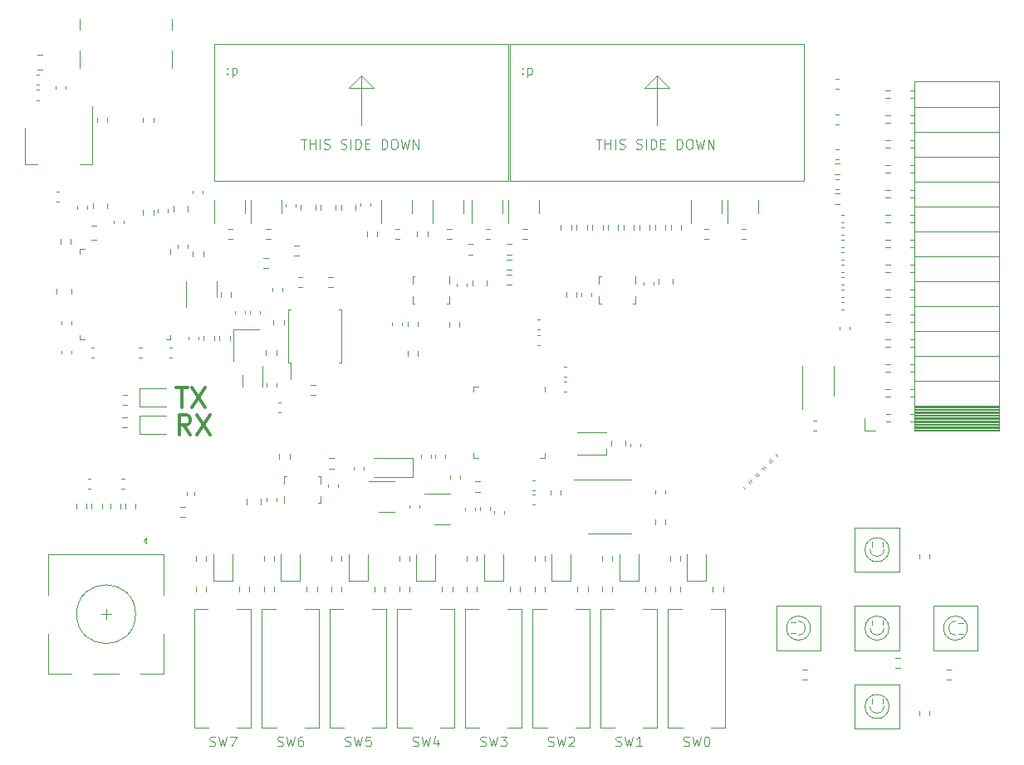
<source format=gbr>
%TF.GenerationSoftware,KiCad,Pcbnew,7.0.7*%
%TF.CreationDate,2024-01-22T13:38:32-08:00*%
%TF.ProjectId,ProgrammaGull_Sandpiper,50726f67-7261-46d6-9d61-47756c6c5f53,rev?*%
%TF.SameCoordinates,Original*%
%TF.FileFunction,Legend,Top*%
%TF.FilePolarity,Positive*%
%FSLAX46Y46*%
G04 Gerber Fmt 4.6, Leading zero omitted, Abs format (unit mm)*
G04 Created by KiCad (PCBNEW 7.0.7) date 2024-01-22 13:38:32*
%MOMM*%
%LPD*%
G01*
G04 APERTURE LIST*
%ADD10C,0.300000*%
%ADD11C,0.100000*%
%ADD12C,0.120000*%
G04 APERTURE END LIST*
D10*
X41060344Y-62939638D02*
X42203201Y-62939638D01*
X41631772Y-64939638D02*
X41631772Y-62939638D01*
X42679392Y-62939638D02*
X44012725Y-64939638D01*
X44012725Y-62939638D02*
X42679392Y-64939638D01*
X42488915Y-67739638D02*
X41822248Y-66787257D01*
X41346058Y-67739638D02*
X41346058Y-65739638D01*
X41346058Y-65739638D02*
X42107963Y-65739638D01*
X42107963Y-65739638D02*
X42298439Y-65834876D01*
X42298439Y-65834876D02*
X42393677Y-65930114D01*
X42393677Y-65930114D02*
X42488915Y-66120590D01*
X42488915Y-66120590D02*
X42488915Y-66406304D01*
X42488915Y-66406304D02*
X42393677Y-66596780D01*
X42393677Y-66596780D02*
X42298439Y-66692019D01*
X42298439Y-66692019D02*
X42107963Y-66787257D01*
X42107963Y-66787257D02*
X41346058Y-66787257D01*
X43155582Y-65739638D02*
X44488915Y-67739638D01*
X44488915Y-65739638D02*
X43155582Y-67739638D01*
D11*
X58266667Y-99509800D02*
X58409524Y-99557419D01*
X58409524Y-99557419D02*
X58647619Y-99557419D01*
X58647619Y-99557419D02*
X58742857Y-99509800D01*
X58742857Y-99509800D02*
X58790476Y-99462180D01*
X58790476Y-99462180D02*
X58838095Y-99366942D01*
X58838095Y-99366942D02*
X58838095Y-99271704D01*
X58838095Y-99271704D02*
X58790476Y-99176466D01*
X58790476Y-99176466D02*
X58742857Y-99128847D01*
X58742857Y-99128847D02*
X58647619Y-99081228D01*
X58647619Y-99081228D02*
X58457143Y-99033609D01*
X58457143Y-99033609D02*
X58361905Y-98985990D01*
X58361905Y-98985990D02*
X58314286Y-98938371D01*
X58314286Y-98938371D02*
X58266667Y-98843133D01*
X58266667Y-98843133D02*
X58266667Y-98747895D01*
X58266667Y-98747895D02*
X58314286Y-98652657D01*
X58314286Y-98652657D02*
X58361905Y-98605038D01*
X58361905Y-98605038D02*
X58457143Y-98557419D01*
X58457143Y-98557419D02*
X58695238Y-98557419D01*
X58695238Y-98557419D02*
X58838095Y-98605038D01*
X59171429Y-98557419D02*
X59409524Y-99557419D01*
X59409524Y-99557419D02*
X59600000Y-98843133D01*
X59600000Y-98843133D02*
X59790476Y-99557419D01*
X59790476Y-99557419D02*
X60028572Y-98557419D01*
X60885714Y-98557419D02*
X60409524Y-98557419D01*
X60409524Y-98557419D02*
X60361905Y-99033609D01*
X60361905Y-99033609D02*
X60409524Y-98985990D01*
X60409524Y-98985990D02*
X60504762Y-98938371D01*
X60504762Y-98938371D02*
X60742857Y-98938371D01*
X60742857Y-98938371D02*
X60838095Y-98985990D01*
X60838095Y-98985990D02*
X60885714Y-99033609D01*
X60885714Y-99033609D02*
X60933333Y-99128847D01*
X60933333Y-99128847D02*
X60933333Y-99366942D01*
X60933333Y-99366942D02*
X60885714Y-99462180D01*
X60885714Y-99462180D02*
X60838095Y-99509800D01*
X60838095Y-99509800D02*
X60742857Y-99557419D01*
X60742857Y-99557419D02*
X60504762Y-99557419D01*
X60504762Y-99557419D02*
X60409524Y-99509800D01*
X60409524Y-99509800D02*
X60361905Y-99462180D01*
X65166667Y-99509800D02*
X65309524Y-99557419D01*
X65309524Y-99557419D02*
X65547619Y-99557419D01*
X65547619Y-99557419D02*
X65642857Y-99509800D01*
X65642857Y-99509800D02*
X65690476Y-99462180D01*
X65690476Y-99462180D02*
X65738095Y-99366942D01*
X65738095Y-99366942D02*
X65738095Y-99271704D01*
X65738095Y-99271704D02*
X65690476Y-99176466D01*
X65690476Y-99176466D02*
X65642857Y-99128847D01*
X65642857Y-99128847D02*
X65547619Y-99081228D01*
X65547619Y-99081228D02*
X65357143Y-99033609D01*
X65357143Y-99033609D02*
X65261905Y-98985990D01*
X65261905Y-98985990D02*
X65214286Y-98938371D01*
X65214286Y-98938371D02*
X65166667Y-98843133D01*
X65166667Y-98843133D02*
X65166667Y-98747895D01*
X65166667Y-98747895D02*
X65214286Y-98652657D01*
X65214286Y-98652657D02*
X65261905Y-98605038D01*
X65261905Y-98605038D02*
X65357143Y-98557419D01*
X65357143Y-98557419D02*
X65595238Y-98557419D01*
X65595238Y-98557419D02*
X65738095Y-98605038D01*
X66071429Y-98557419D02*
X66309524Y-99557419D01*
X66309524Y-99557419D02*
X66500000Y-98843133D01*
X66500000Y-98843133D02*
X66690476Y-99557419D01*
X66690476Y-99557419D02*
X66928572Y-98557419D01*
X67738095Y-98890752D02*
X67738095Y-99557419D01*
X67500000Y-98509800D02*
X67261905Y-99224085D01*
X67261905Y-99224085D02*
X67880952Y-99224085D01*
X92766667Y-99509800D02*
X92909524Y-99557419D01*
X92909524Y-99557419D02*
X93147619Y-99557419D01*
X93147619Y-99557419D02*
X93242857Y-99509800D01*
X93242857Y-99509800D02*
X93290476Y-99462180D01*
X93290476Y-99462180D02*
X93338095Y-99366942D01*
X93338095Y-99366942D02*
X93338095Y-99271704D01*
X93338095Y-99271704D02*
X93290476Y-99176466D01*
X93290476Y-99176466D02*
X93242857Y-99128847D01*
X93242857Y-99128847D02*
X93147619Y-99081228D01*
X93147619Y-99081228D02*
X92957143Y-99033609D01*
X92957143Y-99033609D02*
X92861905Y-98985990D01*
X92861905Y-98985990D02*
X92814286Y-98938371D01*
X92814286Y-98938371D02*
X92766667Y-98843133D01*
X92766667Y-98843133D02*
X92766667Y-98747895D01*
X92766667Y-98747895D02*
X92814286Y-98652657D01*
X92814286Y-98652657D02*
X92861905Y-98605038D01*
X92861905Y-98605038D02*
X92957143Y-98557419D01*
X92957143Y-98557419D02*
X93195238Y-98557419D01*
X93195238Y-98557419D02*
X93338095Y-98605038D01*
X93671429Y-98557419D02*
X93909524Y-99557419D01*
X93909524Y-99557419D02*
X94100000Y-98843133D01*
X94100000Y-98843133D02*
X94290476Y-99557419D01*
X94290476Y-99557419D02*
X94528572Y-98557419D01*
X95100000Y-98557419D02*
X95195238Y-98557419D01*
X95195238Y-98557419D02*
X95290476Y-98605038D01*
X95290476Y-98605038D02*
X95338095Y-98652657D01*
X95338095Y-98652657D02*
X95385714Y-98747895D01*
X95385714Y-98747895D02*
X95433333Y-98938371D01*
X95433333Y-98938371D02*
X95433333Y-99176466D01*
X95433333Y-99176466D02*
X95385714Y-99366942D01*
X95385714Y-99366942D02*
X95338095Y-99462180D01*
X95338095Y-99462180D02*
X95290476Y-99509800D01*
X95290476Y-99509800D02*
X95195238Y-99557419D01*
X95195238Y-99557419D02*
X95100000Y-99557419D01*
X95100000Y-99557419D02*
X95004762Y-99509800D01*
X95004762Y-99509800D02*
X94957143Y-99462180D01*
X94957143Y-99462180D02*
X94909524Y-99366942D01*
X94909524Y-99366942D02*
X94861905Y-99176466D01*
X94861905Y-99176466D02*
X94861905Y-98938371D01*
X94861905Y-98938371D02*
X94909524Y-98747895D01*
X94909524Y-98747895D02*
X94957143Y-98652657D01*
X94957143Y-98652657D02*
X95004762Y-98605038D01*
X95004762Y-98605038D02*
X95100000Y-98557419D01*
X78966667Y-99509800D02*
X79109524Y-99557419D01*
X79109524Y-99557419D02*
X79347619Y-99557419D01*
X79347619Y-99557419D02*
X79442857Y-99509800D01*
X79442857Y-99509800D02*
X79490476Y-99462180D01*
X79490476Y-99462180D02*
X79538095Y-99366942D01*
X79538095Y-99366942D02*
X79538095Y-99271704D01*
X79538095Y-99271704D02*
X79490476Y-99176466D01*
X79490476Y-99176466D02*
X79442857Y-99128847D01*
X79442857Y-99128847D02*
X79347619Y-99081228D01*
X79347619Y-99081228D02*
X79157143Y-99033609D01*
X79157143Y-99033609D02*
X79061905Y-98985990D01*
X79061905Y-98985990D02*
X79014286Y-98938371D01*
X79014286Y-98938371D02*
X78966667Y-98843133D01*
X78966667Y-98843133D02*
X78966667Y-98747895D01*
X78966667Y-98747895D02*
X79014286Y-98652657D01*
X79014286Y-98652657D02*
X79061905Y-98605038D01*
X79061905Y-98605038D02*
X79157143Y-98557419D01*
X79157143Y-98557419D02*
X79395238Y-98557419D01*
X79395238Y-98557419D02*
X79538095Y-98605038D01*
X79871429Y-98557419D02*
X80109524Y-99557419D01*
X80109524Y-99557419D02*
X80300000Y-98843133D01*
X80300000Y-98843133D02*
X80490476Y-99557419D01*
X80490476Y-99557419D02*
X80728572Y-98557419D01*
X81061905Y-98652657D02*
X81109524Y-98605038D01*
X81109524Y-98605038D02*
X81204762Y-98557419D01*
X81204762Y-98557419D02*
X81442857Y-98557419D01*
X81442857Y-98557419D02*
X81538095Y-98605038D01*
X81538095Y-98605038D02*
X81585714Y-98652657D01*
X81585714Y-98652657D02*
X81633333Y-98747895D01*
X81633333Y-98747895D02*
X81633333Y-98843133D01*
X81633333Y-98843133D02*
X81585714Y-98985990D01*
X81585714Y-98985990D02*
X81014286Y-99557419D01*
X81014286Y-99557419D02*
X81633333Y-99557419D01*
X85866667Y-99509800D02*
X86009524Y-99557419D01*
X86009524Y-99557419D02*
X86247619Y-99557419D01*
X86247619Y-99557419D02*
X86342857Y-99509800D01*
X86342857Y-99509800D02*
X86390476Y-99462180D01*
X86390476Y-99462180D02*
X86438095Y-99366942D01*
X86438095Y-99366942D02*
X86438095Y-99271704D01*
X86438095Y-99271704D02*
X86390476Y-99176466D01*
X86390476Y-99176466D02*
X86342857Y-99128847D01*
X86342857Y-99128847D02*
X86247619Y-99081228D01*
X86247619Y-99081228D02*
X86057143Y-99033609D01*
X86057143Y-99033609D02*
X85961905Y-98985990D01*
X85961905Y-98985990D02*
X85914286Y-98938371D01*
X85914286Y-98938371D02*
X85866667Y-98843133D01*
X85866667Y-98843133D02*
X85866667Y-98747895D01*
X85866667Y-98747895D02*
X85914286Y-98652657D01*
X85914286Y-98652657D02*
X85961905Y-98605038D01*
X85961905Y-98605038D02*
X86057143Y-98557419D01*
X86057143Y-98557419D02*
X86295238Y-98557419D01*
X86295238Y-98557419D02*
X86438095Y-98605038D01*
X86771429Y-98557419D02*
X87009524Y-99557419D01*
X87009524Y-99557419D02*
X87200000Y-98843133D01*
X87200000Y-98843133D02*
X87390476Y-99557419D01*
X87390476Y-99557419D02*
X87628572Y-98557419D01*
X88533333Y-99557419D02*
X87961905Y-99557419D01*
X88247619Y-99557419D02*
X88247619Y-98557419D01*
X88247619Y-98557419D02*
X88152381Y-98700276D01*
X88152381Y-98700276D02*
X88057143Y-98795514D01*
X88057143Y-98795514D02*
X87961905Y-98843133D01*
X51366667Y-99509800D02*
X51509524Y-99557419D01*
X51509524Y-99557419D02*
X51747619Y-99557419D01*
X51747619Y-99557419D02*
X51842857Y-99509800D01*
X51842857Y-99509800D02*
X51890476Y-99462180D01*
X51890476Y-99462180D02*
X51938095Y-99366942D01*
X51938095Y-99366942D02*
X51938095Y-99271704D01*
X51938095Y-99271704D02*
X51890476Y-99176466D01*
X51890476Y-99176466D02*
X51842857Y-99128847D01*
X51842857Y-99128847D02*
X51747619Y-99081228D01*
X51747619Y-99081228D02*
X51557143Y-99033609D01*
X51557143Y-99033609D02*
X51461905Y-98985990D01*
X51461905Y-98985990D02*
X51414286Y-98938371D01*
X51414286Y-98938371D02*
X51366667Y-98843133D01*
X51366667Y-98843133D02*
X51366667Y-98747895D01*
X51366667Y-98747895D02*
X51414286Y-98652657D01*
X51414286Y-98652657D02*
X51461905Y-98605038D01*
X51461905Y-98605038D02*
X51557143Y-98557419D01*
X51557143Y-98557419D02*
X51795238Y-98557419D01*
X51795238Y-98557419D02*
X51938095Y-98605038D01*
X52271429Y-98557419D02*
X52509524Y-99557419D01*
X52509524Y-99557419D02*
X52700000Y-98843133D01*
X52700000Y-98843133D02*
X52890476Y-99557419D01*
X52890476Y-99557419D02*
X53128572Y-98557419D01*
X53938095Y-98557419D02*
X53747619Y-98557419D01*
X53747619Y-98557419D02*
X53652381Y-98605038D01*
X53652381Y-98605038D02*
X53604762Y-98652657D01*
X53604762Y-98652657D02*
X53509524Y-98795514D01*
X53509524Y-98795514D02*
X53461905Y-98985990D01*
X53461905Y-98985990D02*
X53461905Y-99366942D01*
X53461905Y-99366942D02*
X53509524Y-99462180D01*
X53509524Y-99462180D02*
X53557143Y-99509800D01*
X53557143Y-99509800D02*
X53652381Y-99557419D01*
X53652381Y-99557419D02*
X53842857Y-99557419D01*
X53842857Y-99557419D02*
X53938095Y-99509800D01*
X53938095Y-99509800D02*
X53985714Y-99462180D01*
X53985714Y-99462180D02*
X54033333Y-99366942D01*
X54033333Y-99366942D02*
X54033333Y-99128847D01*
X54033333Y-99128847D02*
X53985714Y-99033609D01*
X53985714Y-99033609D02*
X53938095Y-98985990D01*
X53938095Y-98985990D02*
X53842857Y-98938371D01*
X53842857Y-98938371D02*
X53652381Y-98938371D01*
X53652381Y-98938371D02*
X53557143Y-98985990D01*
X53557143Y-98985990D02*
X53509524Y-99033609D01*
X53509524Y-99033609D02*
X53461905Y-99128847D01*
X44466667Y-99509800D02*
X44609524Y-99557419D01*
X44609524Y-99557419D02*
X44847619Y-99557419D01*
X44847619Y-99557419D02*
X44942857Y-99509800D01*
X44942857Y-99509800D02*
X44990476Y-99462180D01*
X44990476Y-99462180D02*
X45038095Y-99366942D01*
X45038095Y-99366942D02*
X45038095Y-99271704D01*
X45038095Y-99271704D02*
X44990476Y-99176466D01*
X44990476Y-99176466D02*
X44942857Y-99128847D01*
X44942857Y-99128847D02*
X44847619Y-99081228D01*
X44847619Y-99081228D02*
X44657143Y-99033609D01*
X44657143Y-99033609D02*
X44561905Y-98985990D01*
X44561905Y-98985990D02*
X44514286Y-98938371D01*
X44514286Y-98938371D02*
X44466667Y-98843133D01*
X44466667Y-98843133D02*
X44466667Y-98747895D01*
X44466667Y-98747895D02*
X44514286Y-98652657D01*
X44514286Y-98652657D02*
X44561905Y-98605038D01*
X44561905Y-98605038D02*
X44657143Y-98557419D01*
X44657143Y-98557419D02*
X44895238Y-98557419D01*
X44895238Y-98557419D02*
X45038095Y-98605038D01*
X45371429Y-98557419D02*
X45609524Y-99557419D01*
X45609524Y-99557419D02*
X45800000Y-98843133D01*
X45800000Y-98843133D02*
X45990476Y-99557419D01*
X45990476Y-99557419D02*
X46228572Y-98557419D01*
X46514286Y-98557419D02*
X47180952Y-98557419D01*
X47180952Y-98557419D02*
X46752381Y-99557419D01*
X46283884Y-30887180D02*
X46331503Y-30934800D01*
X46331503Y-30934800D02*
X46283884Y-30982419D01*
X46283884Y-30982419D02*
X46236265Y-30934800D01*
X46236265Y-30934800D02*
X46283884Y-30887180D01*
X46283884Y-30887180D02*
X46283884Y-30982419D01*
X46283884Y-30363371D02*
X46331503Y-30410990D01*
X46331503Y-30410990D02*
X46283884Y-30458609D01*
X46283884Y-30458609D02*
X46236265Y-30410990D01*
X46236265Y-30410990D02*
X46283884Y-30363371D01*
X46283884Y-30363371D02*
X46283884Y-30458609D01*
X46760074Y-30315752D02*
X46760074Y-31315752D01*
X46760074Y-30363371D02*
X46855312Y-30315752D01*
X46855312Y-30315752D02*
X47045788Y-30315752D01*
X47045788Y-30315752D02*
X47141026Y-30363371D01*
X47141026Y-30363371D02*
X47188645Y-30410990D01*
X47188645Y-30410990D02*
X47236264Y-30506228D01*
X47236264Y-30506228D02*
X47236264Y-30791942D01*
X47236264Y-30791942D02*
X47188645Y-30887180D01*
X47188645Y-30887180D02*
X47141026Y-30934800D01*
X47141026Y-30934800D02*
X47045788Y-30982419D01*
X47045788Y-30982419D02*
X46855312Y-30982419D01*
X46855312Y-30982419D02*
X46760074Y-30934800D01*
X53761027Y-37602419D02*
X54332455Y-37602419D01*
X54046741Y-38602419D02*
X54046741Y-37602419D01*
X54665789Y-38602419D02*
X54665789Y-37602419D01*
X54665789Y-38078609D02*
X55237217Y-38078609D01*
X55237217Y-38602419D02*
X55237217Y-37602419D01*
X55713408Y-38602419D02*
X55713408Y-37602419D01*
X56141979Y-38554800D02*
X56284836Y-38602419D01*
X56284836Y-38602419D02*
X56522931Y-38602419D01*
X56522931Y-38602419D02*
X56618169Y-38554800D01*
X56618169Y-38554800D02*
X56665788Y-38507180D01*
X56665788Y-38507180D02*
X56713407Y-38411942D01*
X56713407Y-38411942D02*
X56713407Y-38316704D01*
X56713407Y-38316704D02*
X56665788Y-38221466D01*
X56665788Y-38221466D02*
X56618169Y-38173847D01*
X56618169Y-38173847D02*
X56522931Y-38126228D01*
X56522931Y-38126228D02*
X56332455Y-38078609D01*
X56332455Y-38078609D02*
X56237217Y-38030990D01*
X56237217Y-38030990D02*
X56189598Y-37983371D01*
X56189598Y-37983371D02*
X56141979Y-37888133D01*
X56141979Y-37888133D02*
X56141979Y-37792895D01*
X56141979Y-37792895D02*
X56189598Y-37697657D01*
X56189598Y-37697657D02*
X56237217Y-37650038D01*
X56237217Y-37650038D02*
X56332455Y-37602419D01*
X56332455Y-37602419D02*
X56570550Y-37602419D01*
X56570550Y-37602419D02*
X56713407Y-37650038D01*
X57856265Y-38554800D02*
X57999122Y-38602419D01*
X57999122Y-38602419D02*
X58237217Y-38602419D01*
X58237217Y-38602419D02*
X58332455Y-38554800D01*
X58332455Y-38554800D02*
X58380074Y-38507180D01*
X58380074Y-38507180D02*
X58427693Y-38411942D01*
X58427693Y-38411942D02*
X58427693Y-38316704D01*
X58427693Y-38316704D02*
X58380074Y-38221466D01*
X58380074Y-38221466D02*
X58332455Y-38173847D01*
X58332455Y-38173847D02*
X58237217Y-38126228D01*
X58237217Y-38126228D02*
X58046741Y-38078609D01*
X58046741Y-38078609D02*
X57951503Y-38030990D01*
X57951503Y-38030990D02*
X57903884Y-37983371D01*
X57903884Y-37983371D02*
X57856265Y-37888133D01*
X57856265Y-37888133D02*
X57856265Y-37792895D01*
X57856265Y-37792895D02*
X57903884Y-37697657D01*
X57903884Y-37697657D02*
X57951503Y-37650038D01*
X57951503Y-37650038D02*
X58046741Y-37602419D01*
X58046741Y-37602419D02*
X58284836Y-37602419D01*
X58284836Y-37602419D02*
X58427693Y-37650038D01*
X58856265Y-38602419D02*
X58856265Y-37602419D01*
X59332455Y-38602419D02*
X59332455Y-37602419D01*
X59332455Y-37602419D02*
X59570550Y-37602419D01*
X59570550Y-37602419D02*
X59713407Y-37650038D01*
X59713407Y-37650038D02*
X59808645Y-37745276D01*
X59808645Y-37745276D02*
X59856264Y-37840514D01*
X59856264Y-37840514D02*
X59903883Y-38030990D01*
X59903883Y-38030990D02*
X59903883Y-38173847D01*
X59903883Y-38173847D02*
X59856264Y-38364323D01*
X59856264Y-38364323D02*
X59808645Y-38459561D01*
X59808645Y-38459561D02*
X59713407Y-38554800D01*
X59713407Y-38554800D02*
X59570550Y-38602419D01*
X59570550Y-38602419D02*
X59332455Y-38602419D01*
X60332455Y-38078609D02*
X60665788Y-38078609D01*
X60808645Y-38602419D02*
X60332455Y-38602419D01*
X60332455Y-38602419D02*
X60332455Y-37602419D01*
X60332455Y-37602419D02*
X60808645Y-37602419D01*
X61999122Y-38602419D02*
X61999122Y-37602419D01*
X61999122Y-37602419D02*
X62237217Y-37602419D01*
X62237217Y-37602419D02*
X62380074Y-37650038D01*
X62380074Y-37650038D02*
X62475312Y-37745276D01*
X62475312Y-37745276D02*
X62522931Y-37840514D01*
X62522931Y-37840514D02*
X62570550Y-38030990D01*
X62570550Y-38030990D02*
X62570550Y-38173847D01*
X62570550Y-38173847D02*
X62522931Y-38364323D01*
X62522931Y-38364323D02*
X62475312Y-38459561D01*
X62475312Y-38459561D02*
X62380074Y-38554800D01*
X62380074Y-38554800D02*
X62237217Y-38602419D01*
X62237217Y-38602419D02*
X61999122Y-38602419D01*
X63189598Y-37602419D02*
X63380074Y-37602419D01*
X63380074Y-37602419D02*
X63475312Y-37650038D01*
X63475312Y-37650038D02*
X63570550Y-37745276D01*
X63570550Y-37745276D02*
X63618169Y-37935752D01*
X63618169Y-37935752D02*
X63618169Y-38269085D01*
X63618169Y-38269085D02*
X63570550Y-38459561D01*
X63570550Y-38459561D02*
X63475312Y-38554800D01*
X63475312Y-38554800D02*
X63380074Y-38602419D01*
X63380074Y-38602419D02*
X63189598Y-38602419D01*
X63189598Y-38602419D02*
X63094360Y-38554800D01*
X63094360Y-38554800D02*
X62999122Y-38459561D01*
X62999122Y-38459561D02*
X62951503Y-38269085D01*
X62951503Y-38269085D02*
X62951503Y-37935752D01*
X62951503Y-37935752D02*
X62999122Y-37745276D01*
X62999122Y-37745276D02*
X63094360Y-37650038D01*
X63094360Y-37650038D02*
X63189598Y-37602419D01*
X63951503Y-37602419D02*
X64189598Y-38602419D01*
X64189598Y-38602419D02*
X64380074Y-37888133D01*
X64380074Y-37888133D02*
X64570550Y-38602419D01*
X64570550Y-38602419D02*
X64808646Y-37602419D01*
X65189598Y-38602419D02*
X65189598Y-37602419D01*
X65189598Y-37602419D02*
X65761026Y-38602419D01*
X65761026Y-38602419D02*
X65761026Y-37602419D01*
X83861027Y-37602419D02*
X84432455Y-37602419D01*
X84146741Y-38602419D02*
X84146741Y-37602419D01*
X84765789Y-38602419D02*
X84765789Y-37602419D01*
X84765789Y-38078609D02*
X85337217Y-38078609D01*
X85337217Y-38602419D02*
X85337217Y-37602419D01*
X85813408Y-38602419D02*
X85813408Y-37602419D01*
X86241979Y-38554800D02*
X86384836Y-38602419D01*
X86384836Y-38602419D02*
X86622931Y-38602419D01*
X86622931Y-38602419D02*
X86718169Y-38554800D01*
X86718169Y-38554800D02*
X86765788Y-38507180D01*
X86765788Y-38507180D02*
X86813407Y-38411942D01*
X86813407Y-38411942D02*
X86813407Y-38316704D01*
X86813407Y-38316704D02*
X86765788Y-38221466D01*
X86765788Y-38221466D02*
X86718169Y-38173847D01*
X86718169Y-38173847D02*
X86622931Y-38126228D01*
X86622931Y-38126228D02*
X86432455Y-38078609D01*
X86432455Y-38078609D02*
X86337217Y-38030990D01*
X86337217Y-38030990D02*
X86289598Y-37983371D01*
X86289598Y-37983371D02*
X86241979Y-37888133D01*
X86241979Y-37888133D02*
X86241979Y-37792895D01*
X86241979Y-37792895D02*
X86289598Y-37697657D01*
X86289598Y-37697657D02*
X86337217Y-37650038D01*
X86337217Y-37650038D02*
X86432455Y-37602419D01*
X86432455Y-37602419D02*
X86670550Y-37602419D01*
X86670550Y-37602419D02*
X86813407Y-37650038D01*
X87956265Y-38554800D02*
X88099122Y-38602419D01*
X88099122Y-38602419D02*
X88337217Y-38602419D01*
X88337217Y-38602419D02*
X88432455Y-38554800D01*
X88432455Y-38554800D02*
X88480074Y-38507180D01*
X88480074Y-38507180D02*
X88527693Y-38411942D01*
X88527693Y-38411942D02*
X88527693Y-38316704D01*
X88527693Y-38316704D02*
X88480074Y-38221466D01*
X88480074Y-38221466D02*
X88432455Y-38173847D01*
X88432455Y-38173847D02*
X88337217Y-38126228D01*
X88337217Y-38126228D02*
X88146741Y-38078609D01*
X88146741Y-38078609D02*
X88051503Y-38030990D01*
X88051503Y-38030990D02*
X88003884Y-37983371D01*
X88003884Y-37983371D02*
X87956265Y-37888133D01*
X87956265Y-37888133D02*
X87956265Y-37792895D01*
X87956265Y-37792895D02*
X88003884Y-37697657D01*
X88003884Y-37697657D02*
X88051503Y-37650038D01*
X88051503Y-37650038D02*
X88146741Y-37602419D01*
X88146741Y-37602419D02*
X88384836Y-37602419D01*
X88384836Y-37602419D02*
X88527693Y-37650038D01*
X88956265Y-38602419D02*
X88956265Y-37602419D01*
X89432455Y-38602419D02*
X89432455Y-37602419D01*
X89432455Y-37602419D02*
X89670550Y-37602419D01*
X89670550Y-37602419D02*
X89813407Y-37650038D01*
X89813407Y-37650038D02*
X89908645Y-37745276D01*
X89908645Y-37745276D02*
X89956264Y-37840514D01*
X89956264Y-37840514D02*
X90003883Y-38030990D01*
X90003883Y-38030990D02*
X90003883Y-38173847D01*
X90003883Y-38173847D02*
X89956264Y-38364323D01*
X89956264Y-38364323D02*
X89908645Y-38459561D01*
X89908645Y-38459561D02*
X89813407Y-38554800D01*
X89813407Y-38554800D02*
X89670550Y-38602419D01*
X89670550Y-38602419D02*
X89432455Y-38602419D01*
X90432455Y-38078609D02*
X90765788Y-38078609D01*
X90908645Y-38602419D02*
X90432455Y-38602419D01*
X90432455Y-38602419D02*
X90432455Y-37602419D01*
X90432455Y-37602419D02*
X90908645Y-37602419D01*
X92099122Y-38602419D02*
X92099122Y-37602419D01*
X92099122Y-37602419D02*
X92337217Y-37602419D01*
X92337217Y-37602419D02*
X92480074Y-37650038D01*
X92480074Y-37650038D02*
X92575312Y-37745276D01*
X92575312Y-37745276D02*
X92622931Y-37840514D01*
X92622931Y-37840514D02*
X92670550Y-38030990D01*
X92670550Y-38030990D02*
X92670550Y-38173847D01*
X92670550Y-38173847D02*
X92622931Y-38364323D01*
X92622931Y-38364323D02*
X92575312Y-38459561D01*
X92575312Y-38459561D02*
X92480074Y-38554800D01*
X92480074Y-38554800D02*
X92337217Y-38602419D01*
X92337217Y-38602419D02*
X92099122Y-38602419D01*
X93289598Y-37602419D02*
X93480074Y-37602419D01*
X93480074Y-37602419D02*
X93575312Y-37650038D01*
X93575312Y-37650038D02*
X93670550Y-37745276D01*
X93670550Y-37745276D02*
X93718169Y-37935752D01*
X93718169Y-37935752D02*
X93718169Y-38269085D01*
X93718169Y-38269085D02*
X93670550Y-38459561D01*
X93670550Y-38459561D02*
X93575312Y-38554800D01*
X93575312Y-38554800D02*
X93480074Y-38602419D01*
X93480074Y-38602419D02*
X93289598Y-38602419D01*
X93289598Y-38602419D02*
X93194360Y-38554800D01*
X93194360Y-38554800D02*
X93099122Y-38459561D01*
X93099122Y-38459561D02*
X93051503Y-38269085D01*
X93051503Y-38269085D02*
X93051503Y-37935752D01*
X93051503Y-37935752D02*
X93099122Y-37745276D01*
X93099122Y-37745276D02*
X93194360Y-37650038D01*
X93194360Y-37650038D02*
X93289598Y-37602419D01*
X94051503Y-37602419D02*
X94289598Y-38602419D01*
X94289598Y-38602419D02*
X94480074Y-37888133D01*
X94480074Y-37888133D02*
X94670550Y-38602419D01*
X94670550Y-38602419D02*
X94908646Y-37602419D01*
X95289598Y-38602419D02*
X95289598Y-37602419D01*
X95289598Y-37602419D02*
X95861026Y-38602419D01*
X95861026Y-38602419D02*
X95861026Y-37602419D01*
X76383884Y-30887180D02*
X76431503Y-30934800D01*
X76431503Y-30934800D02*
X76383884Y-30982419D01*
X76383884Y-30982419D02*
X76336265Y-30934800D01*
X76336265Y-30934800D02*
X76383884Y-30887180D01*
X76383884Y-30887180D02*
X76383884Y-30982419D01*
X76383884Y-30363371D02*
X76431503Y-30410990D01*
X76431503Y-30410990D02*
X76383884Y-30458609D01*
X76383884Y-30458609D02*
X76336265Y-30410990D01*
X76336265Y-30410990D02*
X76383884Y-30363371D01*
X76383884Y-30363371D02*
X76383884Y-30458609D01*
X76860074Y-30315752D02*
X76860074Y-31315752D01*
X76860074Y-30363371D02*
X76955312Y-30315752D01*
X76955312Y-30315752D02*
X77145788Y-30315752D01*
X77145788Y-30315752D02*
X77241026Y-30363371D01*
X77241026Y-30363371D02*
X77288645Y-30410990D01*
X77288645Y-30410990D02*
X77336264Y-30506228D01*
X77336264Y-30506228D02*
X77336264Y-30791942D01*
X77336264Y-30791942D02*
X77288645Y-30887180D01*
X77288645Y-30887180D02*
X77241026Y-30934800D01*
X77241026Y-30934800D02*
X77145788Y-30982419D01*
X77145788Y-30982419D02*
X76955312Y-30982419D01*
X76955312Y-30982419D02*
X76860074Y-30934800D01*
X72066667Y-99509800D02*
X72209524Y-99557419D01*
X72209524Y-99557419D02*
X72447619Y-99557419D01*
X72447619Y-99557419D02*
X72542857Y-99509800D01*
X72542857Y-99509800D02*
X72590476Y-99462180D01*
X72590476Y-99462180D02*
X72638095Y-99366942D01*
X72638095Y-99366942D02*
X72638095Y-99271704D01*
X72638095Y-99271704D02*
X72590476Y-99176466D01*
X72590476Y-99176466D02*
X72542857Y-99128847D01*
X72542857Y-99128847D02*
X72447619Y-99081228D01*
X72447619Y-99081228D02*
X72257143Y-99033609D01*
X72257143Y-99033609D02*
X72161905Y-98985990D01*
X72161905Y-98985990D02*
X72114286Y-98938371D01*
X72114286Y-98938371D02*
X72066667Y-98843133D01*
X72066667Y-98843133D02*
X72066667Y-98747895D01*
X72066667Y-98747895D02*
X72114286Y-98652657D01*
X72114286Y-98652657D02*
X72161905Y-98605038D01*
X72161905Y-98605038D02*
X72257143Y-98557419D01*
X72257143Y-98557419D02*
X72495238Y-98557419D01*
X72495238Y-98557419D02*
X72638095Y-98605038D01*
X72971429Y-98557419D02*
X73209524Y-99557419D01*
X73209524Y-99557419D02*
X73400000Y-98843133D01*
X73400000Y-98843133D02*
X73590476Y-99557419D01*
X73590476Y-99557419D02*
X73828572Y-98557419D01*
X74114286Y-98557419D02*
X74733333Y-98557419D01*
X74733333Y-98557419D02*
X74400000Y-98938371D01*
X74400000Y-98938371D02*
X74542857Y-98938371D01*
X74542857Y-98938371D02*
X74638095Y-98985990D01*
X74638095Y-98985990D02*
X74685714Y-99033609D01*
X74685714Y-99033609D02*
X74733333Y-99128847D01*
X74733333Y-99128847D02*
X74733333Y-99366942D01*
X74733333Y-99366942D02*
X74685714Y-99462180D01*
X74685714Y-99462180D02*
X74638095Y-99509800D01*
X74638095Y-99509800D02*
X74542857Y-99557419D01*
X74542857Y-99557419D02*
X74257143Y-99557419D01*
X74257143Y-99557419D02*
X74161905Y-99509800D01*
X74161905Y-99509800D02*
X74114286Y-99462180D01*
%TO.C,SW5*%
X62500000Y-85550000D02*
X62500000Y-97650000D01*
X61050000Y-85550000D02*
X62500000Y-85550000D01*
X56700000Y-85550000D02*
X58100000Y-85550000D01*
X61050000Y-97650000D02*
X62500000Y-97650000D01*
X56700000Y-97650000D02*
X56700000Y-85550000D01*
X56700000Y-97650000D02*
X58150000Y-97650000D01*
%TO.C,SW10*%
X112000000Y-94700000D02*
X112000000Y-95200000D01*
X113100000Y-94700000D02*
X113100000Y-95200000D01*
X110250000Y-93250000D02*
X114750000Y-93250000D01*
X114750000Y-93250000D02*
X114750000Y-97750000D01*
X114750000Y-97750000D02*
X110250000Y-97750000D01*
X110250000Y-97750000D02*
X110250000Y-93250000D01*
X111800000Y-95500000D02*
G75*
G03*
X113200000Y-95500000I700000J0D01*
G01*
X113725000Y-95500000D02*
G75*
G03*
X113725000Y-95500000I-1225000J0D01*
G01*
D12*
%TO.C,R12*%
X64822500Y-83262742D02*
X64822500Y-83737258D01*
X63777500Y-83262742D02*
X63777500Y-83737258D01*
%TO.C,R19*%
X88877500Y-83737258D02*
X88877500Y-83262742D01*
X89922500Y-83737258D02*
X89922500Y-83262742D01*
%TO.C,R84*%
X108687258Y-44202500D02*
X108212742Y-44202500D01*
X108687258Y-43157500D02*
X108212742Y-43157500D01*
D11*
%TO.C,U2*%
X49850000Y-60700000D02*
X49850000Y-62900000D01*
X47850000Y-61700000D02*
X47850000Y-62900000D01*
D12*
%TO.C,R77*%
X36927500Y-74792742D02*
X36927500Y-75267258D01*
X35882500Y-74792742D02*
X35882500Y-75267258D01*
%TO.C,R93*%
X109153641Y-48640000D02*
X108846359Y-48640000D01*
X109153641Y-47880000D02*
X108846359Y-47880000D01*
D11*
%TO.C,SW4*%
X69400000Y-85550000D02*
X69400000Y-97650000D01*
X67950000Y-85550000D02*
X69400000Y-85550000D01*
X63600000Y-85550000D02*
X65000000Y-85550000D01*
X67950000Y-97650000D02*
X69400000Y-97650000D01*
X63600000Y-97650000D02*
X63600000Y-85550000D01*
X63600000Y-97650000D02*
X65050000Y-97650000D01*
D12*
%TO.C,C28*%
X87390000Y-68940580D02*
X87390000Y-68659420D01*
X88410000Y-68940580D02*
X88410000Y-68659420D01*
%TO.C,R13*%
X68177500Y-83737258D02*
X68177500Y-83262742D01*
X69222500Y-83737258D02*
X69222500Y-83262742D01*
%TO.C,R55*%
X43077500Y-80637258D02*
X43077500Y-80162742D01*
X44122500Y-80637258D02*
X44122500Y-80162742D01*
%TO.C,C5*%
X70010000Y-71959420D02*
X70010000Y-72240580D01*
X68990000Y-71959420D02*
X68990000Y-72240580D01*
D11*
%TO.C,SW0*%
X97000000Y-85550000D02*
X97000000Y-97650000D01*
X95550000Y-85550000D02*
X97000000Y-85550000D01*
X91200000Y-85550000D02*
X92600000Y-85550000D01*
X95550000Y-97650000D02*
X97000000Y-97650000D01*
X91200000Y-97650000D02*
X91200000Y-85550000D01*
X91200000Y-97650000D02*
X92650000Y-97650000D01*
D12*
%TO.C,C57*%
X59325000Y-44288748D02*
X59325000Y-44811252D01*
X57855000Y-44288748D02*
X57855000Y-44811252D01*
%TO.C,R17*%
X81977500Y-83737258D02*
X81977500Y-83262742D01*
X83022500Y-83737258D02*
X83022500Y-83262742D01*
%TO.C,R51*%
X65672500Y-56212742D02*
X65672500Y-56687258D01*
X64627500Y-56212742D02*
X64627500Y-56687258D01*
%TO.C,Q4*%
X67190000Y-44500000D02*
X67190000Y-46175000D01*
X67190000Y-44500000D02*
X67190000Y-43850000D01*
X70310000Y-44500000D02*
X70310000Y-45150000D01*
X70310000Y-44500000D02*
X70310000Y-43850000D01*
%TO.C,P1*%
X40590000Y-28575000D02*
X40590000Y-30375000D01*
X40590000Y-26475000D02*
X40590000Y-25325000D01*
X31250000Y-28575000D02*
X31250000Y-30375000D01*
X31250000Y-26475000D02*
X31250000Y-25325000D01*
%TO.C,C39*%
X35484420Y-72230000D02*
X35765580Y-72230000D01*
X35484420Y-73250000D02*
X35765580Y-73250000D01*
%TO.C,R33*%
X45477500Y-58137258D02*
X45477500Y-57662742D01*
X46522500Y-58137258D02*
X46522500Y-57662742D01*
%TO.C,C13*%
X34690000Y-46215580D02*
X34690000Y-45934420D01*
X35710000Y-46215580D02*
X35710000Y-45934420D01*
%TO.C,C9*%
X50900000Y-53095580D02*
X50900000Y-52814420D01*
X51920000Y-53095580D02*
X51920000Y-52814420D01*
%TO.C,C58*%
X57285000Y-44288748D02*
X57285000Y-44811252D01*
X55815000Y-44288748D02*
X55815000Y-44811252D01*
%TO.C,C44*%
X108690000Y-57010580D02*
X108690000Y-56729420D01*
X109710000Y-57010580D02*
X109710000Y-56729420D01*
%TO.C,R5*%
X71999758Y-73597500D02*
X71525242Y-73597500D01*
X71999758Y-72552500D02*
X71525242Y-72552500D01*
%TO.C,C16*%
X43310000Y-57759420D02*
X43310000Y-58040580D01*
X42290000Y-57759420D02*
X42290000Y-58040580D01*
%TO.C,R26*%
X120077258Y-92772500D02*
X119602742Y-92772500D01*
X120077258Y-91727500D02*
X119602742Y-91727500D01*
%TO.C,C11*%
X41190000Y-48690580D02*
X41190000Y-48409420D01*
X42210000Y-48690580D02*
X42210000Y-48409420D01*
D11*
%TO.C,SW2*%
X83200000Y-85550000D02*
X83200000Y-97650000D01*
X81750000Y-85550000D02*
X83200000Y-85550000D01*
X77400000Y-85550000D02*
X78800000Y-85550000D01*
X81750000Y-97650000D02*
X83200000Y-97650000D01*
X77400000Y-97650000D02*
X77400000Y-85550000D01*
X77400000Y-97650000D02*
X78850000Y-97650000D01*
D12*
%TO.C,R25*%
X100070060Y-71822659D02*
X100287341Y-72039940D01*
X99532659Y-72360060D02*
X99749940Y-72577341D01*
%TO.C,R70*%
X63362742Y-46777500D02*
X63837258Y-46777500D01*
X63362742Y-47822500D02*
X63837258Y-47822500D01*
%TO.C,R85*%
X36012258Y-67022500D02*
X35537742Y-67022500D01*
X36012258Y-65977500D02*
X35537742Y-65977500D01*
%TO.C,R16*%
X78622500Y-83262742D02*
X78622500Y-83737258D01*
X77577500Y-83262742D02*
X77577500Y-83737258D01*
D11*
%TO.C,SW12*%
X103700000Y-88000000D02*
X104200000Y-88000000D01*
X103700000Y-86900000D02*
X104200000Y-86900000D01*
X102250000Y-89750000D02*
X106750000Y-89750000D01*
X106750000Y-89750000D02*
X106750000Y-85250000D01*
X106750000Y-85250000D02*
X102250000Y-85250000D01*
X102250000Y-85250000D02*
X102250000Y-89750000D01*
X104500000Y-88200000D02*
G75*
G03*
X104500000Y-86800000I0J700000D01*
G01*
X105725000Y-87500000D02*
G75*
G03*
X105725000Y-87500000I-1225000J0D01*
G01*
D12*
%TO.C,C46*%
X30360000Y-59209420D02*
X30360000Y-59490580D01*
X29340000Y-59209420D02*
X29340000Y-59490580D01*
%TO.C,U3*%
X65140000Y-51640000D02*
X65365000Y-51640000D01*
X68860000Y-52365000D02*
X68860000Y-51640000D01*
X65140000Y-52365000D02*
X65140000Y-51640000D01*
X68860000Y-53635000D02*
X68860000Y-54360000D01*
X65140000Y-53635000D02*
X65140000Y-54360000D01*
X68860000Y-54360000D02*
X68635000Y-54360000D01*
X65140000Y-54360000D02*
X65365000Y-54360000D01*
%TO.C,R30*%
X79227500Y-73887258D02*
X79227500Y-73412742D01*
X80272500Y-73887258D02*
X80272500Y-73412742D01*
%TO.C,U9*%
X85212500Y-72340000D02*
X81612500Y-72340000D01*
X85212500Y-72340000D02*
X87412500Y-72340000D01*
X85212500Y-77810000D02*
X83012500Y-77810000D01*
X85212500Y-77810000D02*
X87412500Y-77810000D01*
%TO.C,R6*%
X47477500Y-83737258D02*
X47477500Y-83262742D01*
X48522500Y-83737258D02*
X48522500Y-83262742D01*
%TO.C,D9*%
X93140000Y-82685000D02*
X95060000Y-82685000D01*
X95060000Y-82685000D02*
X95060000Y-80000000D01*
X93140000Y-80000000D02*
X93140000Y-82685000D01*
%TO.C,R98*%
X108846359Y-49150000D02*
X109153641Y-49150000D01*
X108846359Y-49910000D02*
X109153641Y-49910000D01*
%TO.C,U5*%
X62487500Y-72490000D02*
X60687500Y-72490000D01*
X62487500Y-72490000D02*
X63287500Y-72490000D01*
X62487500Y-75610000D02*
X61687500Y-75610000D01*
X62487500Y-75610000D02*
X63287500Y-75610000D01*
%TO.C,R9*%
X54377500Y-83737258D02*
X54377500Y-83262742D01*
X55422500Y-83737258D02*
X55422500Y-83262742D01*
%TO.C,R90*%
X75237258Y-52472500D02*
X74762742Y-52472500D01*
X75237258Y-51427500D02*
X74762742Y-51427500D01*
%TO.C,R10*%
X57922500Y-83262742D02*
X57922500Y-83737258D01*
X56877500Y-83262742D02*
X56877500Y-83737258D01*
%TO.C,R83*%
X108687258Y-41162500D02*
X108212742Y-41162500D01*
X108687258Y-40117500D02*
X108212742Y-40117500D01*
%TO.C,C10*%
X32911252Y-47885000D02*
X32388748Y-47885000D01*
X32911252Y-46415000D02*
X32388748Y-46415000D01*
%TO.C,R23*%
X101460060Y-70422659D02*
X101677341Y-70639940D01*
X100922659Y-70960060D02*
X101139940Y-71177341D01*
%TO.C,C15*%
X40765000Y-44961252D02*
X40765000Y-44438748D01*
X42235000Y-44961252D02*
X42235000Y-44438748D01*
%TO.C,R34*%
X42777500Y-49537258D02*
X42777500Y-49062742D01*
X43822500Y-49537258D02*
X43822500Y-49062742D01*
%TO.C,C56*%
X74510000Y-75559420D02*
X74510000Y-75840580D01*
X73490000Y-75559420D02*
X73490000Y-75840580D01*
%TO.C,C27*%
X85415000Y-68861252D02*
X85415000Y-68338748D01*
X86885000Y-68861252D02*
X86885000Y-68338748D01*
%TO.C,R4*%
X32987500Y-35892258D02*
X32987500Y-35417742D01*
X34032500Y-35892258D02*
X34032500Y-35417742D01*
%TO.C,R3*%
X37687500Y-35892258D02*
X37687500Y-35417742D01*
X38732500Y-35892258D02*
X38732500Y-35417742D01*
%TO.C,D2*%
X44840000Y-82685000D02*
X46760000Y-82685000D01*
X46760000Y-82685000D02*
X46760000Y-80000000D01*
X44840000Y-80000000D02*
X44840000Y-82685000D01*
%TO.C,C55*%
X29340000Y-56490580D02*
X29340000Y-56209420D01*
X30360000Y-56490580D02*
X30360000Y-56209420D01*
%TO.C,C19*%
X80559420Y-62340000D02*
X80840580Y-62340000D01*
X80559420Y-63360000D02*
X80840580Y-63360000D01*
%TO.C,C40*%
X106009420Y-66290000D02*
X106290580Y-66290000D01*
X106009420Y-67310000D02*
X106290580Y-67310000D01*
%TO.C,R47*%
X87722500Y-46362742D02*
X87722500Y-46837258D01*
X86677500Y-46362742D02*
X86677500Y-46837258D01*
%TO.C,R29*%
X99370684Y-72533283D02*
X99587965Y-72750564D01*
X98833283Y-73070684D02*
X99050564Y-73287965D01*
%TO.C,Q6*%
X74915000Y-44500000D02*
X74915000Y-46175000D01*
X74915000Y-44500000D02*
X74915000Y-43850000D01*
X78035000Y-44500000D02*
X78035000Y-45150000D01*
X78035000Y-44500000D02*
X78035000Y-43850000D01*
%TO.C,R21*%
X95777500Y-83737258D02*
X95777500Y-83262742D01*
X96822500Y-83737258D02*
X96822500Y-83262742D01*
%TO.C,R60*%
X77577500Y-80612258D02*
X77577500Y-80137742D01*
X78622500Y-80612258D02*
X78622500Y-80137742D01*
%TO.C,C37*%
X82340000Y-53590580D02*
X82340000Y-53309420D01*
X83360000Y-53590580D02*
X83360000Y-53309420D01*
%TO.C,U11*%
X104840000Y-62255000D02*
X104840000Y-65180000D01*
X104840000Y-62255000D02*
X104840000Y-60755000D01*
X108060000Y-62255000D02*
X108060000Y-63755000D01*
X108060000Y-62255000D02*
X108060000Y-60755000D01*
%TO.C,U4*%
X68200000Y-73765000D02*
X66400000Y-73765000D01*
X68200000Y-73765000D02*
X69000000Y-73765000D01*
X68200000Y-76885000D02*
X67400000Y-76885000D01*
X68200000Y-76885000D02*
X69000000Y-76885000D01*
%TO.C,C35*%
X71265000Y-52561252D02*
X71265000Y-52038748D01*
X72735000Y-52561252D02*
X72735000Y-52038748D01*
%TO.C,C29*%
X51260000Y-74219420D02*
X51260000Y-74500580D01*
X50240000Y-74219420D02*
X50240000Y-74500580D01*
%TO.C,R75*%
X31922500Y-74792742D02*
X31922500Y-75267258D01*
X30877500Y-74792742D02*
X30877500Y-75267258D01*
%TO.C,C23*%
X77359420Y-73890000D02*
X77640580Y-73890000D01*
X77359420Y-74910000D02*
X77640580Y-74910000D01*
%TO.C,R67*%
X46362742Y-46777500D02*
X46837258Y-46777500D01*
X46362742Y-47822500D02*
X46837258Y-47822500D01*
D11*
%TO.C,SW1*%
X90100000Y-85550000D02*
X90100000Y-97650000D01*
X88650000Y-85550000D02*
X90100000Y-85550000D01*
X84300000Y-85550000D02*
X85700000Y-85550000D01*
X88650000Y-97650000D02*
X90100000Y-97650000D01*
X84300000Y-97650000D02*
X84300000Y-85550000D01*
X84300000Y-97650000D02*
X85750000Y-97650000D01*
D12*
%TO.C,D6*%
X72440000Y-82685000D02*
X74360000Y-82685000D01*
X74360000Y-82685000D02*
X74360000Y-80000000D01*
X72440000Y-80000000D02*
X72440000Y-82685000D01*
%TO.C,R79*%
X114362742Y-90517500D02*
X114837258Y-90517500D01*
X114362742Y-91562500D02*
X114837258Y-91562500D01*
%TO.C,J1*%
X111225000Y-67370000D02*
X111225000Y-66040000D01*
X112335000Y-67370000D02*
X111225000Y-67370000D01*
X113825000Y-32660000D02*
X113385000Y-32660000D01*
X113825000Y-33380000D02*
X113385000Y-33380000D01*
X113825000Y-35200000D02*
X113385000Y-35200000D01*
X113825000Y-35920000D02*
X113385000Y-35920000D01*
X113825000Y-37740000D02*
X113385000Y-37740000D01*
X113825000Y-38460000D02*
X113385000Y-38460000D01*
X113825000Y-40280000D02*
X113385000Y-40280000D01*
X113825000Y-41000000D02*
X113385000Y-41000000D01*
X113825000Y-42820000D02*
X113385000Y-42820000D01*
X113825000Y-43540000D02*
X113385000Y-43540000D01*
X113825000Y-45360000D02*
X113385000Y-45360000D01*
X113825000Y-46080000D02*
X113385000Y-46080000D01*
X113825000Y-47900000D02*
X113385000Y-47900000D01*
X113825000Y-48620000D02*
X113385000Y-48620000D01*
X113825000Y-50440000D02*
X113385000Y-50440000D01*
X113825000Y-51160000D02*
X113385000Y-51160000D01*
X113825000Y-52980000D02*
X113385000Y-52980000D01*
X113825000Y-53700000D02*
X113385000Y-53700000D01*
X113825000Y-55520000D02*
X113385000Y-55520000D01*
X113825000Y-56240000D02*
X113385000Y-56240000D01*
X113825000Y-58060000D02*
X113385000Y-58060000D01*
X113825000Y-58780000D02*
X113385000Y-58780000D01*
X113825000Y-60600000D02*
X113385000Y-60600000D01*
X113825000Y-61320000D02*
X113385000Y-61320000D01*
X113825000Y-63140000D02*
X113385000Y-63140000D01*
X113825000Y-63860000D02*
X113385000Y-63860000D01*
X113825000Y-65680000D02*
X113445000Y-65680000D01*
X113825000Y-66400000D02*
X113445000Y-66400000D01*
X116335000Y-32660000D02*
X115925000Y-32660000D01*
X116335000Y-33380000D02*
X115925000Y-33380000D01*
X116335000Y-35200000D02*
X115925000Y-35200000D01*
X116335000Y-35920000D02*
X115925000Y-35920000D01*
X116335000Y-37740000D02*
X115925000Y-37740000D01*
X116335000Y-38460000D02*
X115925000Y-38460000D01*
X116335000Y-40280000D02*
X115925000Y-40280000D01*
X116335000Y-41000000D02*
X115925000Y-41000000D01*
X116335000Y-42820000D02*
X115925000Y-42820000D01*
X116335000Y-43540000D02*
X115925000Y-43540000D01*
X116335000Y-45360000D02*
X115925000Y-45360000D01*
X116335000Y-46080000D02*
X115925000Y-46080000D01*
X116335000Y-47900000D02*
X115925000Y-47900000D01*
X116335000Y-48620000D02*
X115925000Y-48620000D01*
X116335000Y-50440000D02*
X115925000Y-50440000D01*
X116335000Y-51160000D02*
X115925000Y-51160000D01*
X116335000Y-52980000D02*
X115925000Y-52980000D01*
X116335000Y-53700000D02*
X115925000Y-53700000D01*
X116335000Y-55520000D02*
X115925000Y-55520000D01*
X116335000Y-56240000D02*
X115925000Y-56240000D01*
X116335000Y-58060000D02*
X115925000Y-58060000D01*
X116335000Y-58780000D02*
X115925000Y-58780000D01*
X116335000Y-60600000D02*
X115925000Y-60600000D01*
X116335000Y-61320000D02*
X115925000Y-61320000D01*
X116335000Y-63140000D02*
X115925000Y-63140000D01*
X116335000Y-63860000D02*
X115925000Y-63860000D01*
X116335000Y-65680000D02*
X115925000Y-65680000D01*
X116335000Y-66400000D02*
X115925000Y-66400000D01*
X116335000Y-67370000D02*
X116335000Y-31690000D01*
X124965000Y-31690000D02*
X116335000Y-31690000D01*
X124965000Y-34290000D02*
X116335000Y-34290000D01*
X124965000Y-36830000D02*
X116335000Y-36830000D01*
X124965000Y-39370000D02*
X116335000Y-39370000D01*
X124965000Y-41910000D02*
X116335000Y-41910000D01*
X124965000Y-44450000D02*
X116335000Y-44450000D01*
X124965000Y-46990000D02*
X116335000Y-46990000D01*
X124965000Y-49530000D02*
X116335000Y-49530000D01*
X124965000Y-52070000D02*
X116335000Y-52070000D01*
X124965000Y-54610000D02*
X116335000Y-54610000D01*
X124965000Y-57150000D02*
X116335000Y-57150000D01*
X124965000Y-59690000D02*
X116335000Y-59690000D01*
X124965000Y-62230000D02*
X116335000Y-62230000D01*
X124965000Y-64770000D02*
X116335000Y-64770000D01*
X124965000Y-64888100D02*
X116335000Y-64888100D01*
X124965000Y-65006195D02*
X116335000Y-65006195D01*
X124965000Y-65124290D02*
X116335000Y-65124290D01*
X124965000Y-65242385D02*
X116335000Y-65242385D01*
X124965000Y-65360480D02*
X116335000Y-65360480D01*
X124965000Y-65478575D02*
X116335000Y-65478575D01*
X124965000Y-65596670D02*
X116335000Y-65596670D01*
X124965000Y-65714765D02*
X116335000Y-65714765D01*
X124965000Y-65832860D02*
X116335000Y-65832860D01*
X124965000Y-65950955D02*
X116335000Y-65950955D01*
X124965000Y-66069050D02*
X116335000Y-66069050D01*
X124965000Y-66187145D02*
X116335000Y-66187145D01*
X124965000Y-66305240D02*
X116335000Y-66305240D01*
X124965000Y-66423335D02*
X116335000Y-66423335D01*
X124965000Y-66541430D02*
X116335000Y-66541430D01*
X124965000Y-66659525D02*
X116335000Y-66659525D01*
X124965000Y-66777620D02*
X116335000Y-66777620D01*
X124965000Y-66895715D02*
X116335000Y-66895715D01*
X124965000Y-67013810D02*
X116335000Y-67013810D01*
X124965000Y-67131905D02*
X116335000Y-67131905D01*
X124965000Y-67250000D02*
X116335000Y-67250000D01*
X124965000Y-67370000D02*
X116335000Y-67370000D01*
X124965000Y-67370000D02*
X124965000Y-31690000D01*
%TO.C,R96*%
X108846359Y-54230000D02*
X109153641Y-54230000D01*
X108846359Y-54990000D02*
X109153641Y-54990000D01*
%TO.C,C47*%
X40615580Y-59910000D02*
X40334420Y-59910000D01*
X40615580Y-58890000D02*
X40334420Y-58890000D01*
%TO.C,C20*%
X68510000Y-69834420D02*
X68510000Y-70115580D01*
X67490000Y-69834420D02*
X67490000Y-70115580D01*
%TO.C,C31*%
X57570000Y-72839420D02*
X57570000Y-73120580D01*
X56550000Y-72839420D02*
X56550000Y-73120580D01*
%TO.C,R91*%
X66672500Y-47062742D02*
X66672500Y-47537258D01*
X65627500Y-47062742D02*
X65627500Y-47537258D01*
%TO.C,R89*%
X61522500Y-47062742D02*
X61522500Y-47537258D01*
X60477500Y-47062742D02*
X60477500Y-47537258D01*
%TO.C,C33*%
X90215000Y-52361252D02*
X90215000Y-51838748D01*
X91685000Y-52361252D02*
X91685000Y-51838748D01*
%TO.C,R63*%
X41492742Y-75097500D02*
X41967258Y-75097500D01*
X41492742Y-76142500D02*
X41967258Y-76142500D01*
%TO.C,D11*%
X37302500Y-65790000D02*
X37302500Y-67710000D01*
X37302500Y-67710000D02*
X39987500Y-67710000D01*
X39987500Y-65790000D02*
X37302500Y-65790000D01*
%TO.C,Q2*%
X48690000Y-44500000D02*
X48690000Y-46175000D01*
X48690000Y-44500000D02*
X48690000Y-43850000D01*
X51810000Y-44500000D02*
X51810000Y-45150000D01*
X51810000Y-44500000D02*
X51810000Y-43850000D01*
%TO.C,U1*%
X71390000Y-62890000D02*
X71865000Y-62890000D01*
X78610000Y-63365000D02*
X78610000Y-62890000D01*
X71390000Y-63365000D02*
X71390000Y-62890000D01*
X78610000Y-69635000D02*
X78610000Y-70110000D01*
X71390000Y-69635000D02*
X71390000Y-70110000D01*
X78610000Y-70110000D02*
X78135000Y-70110000D01*
X71390000Y-70110000D02*
X71865000Y-70110000D01*
%TO.C,R64*%
X42930000Y-73651359D02*
X42930000Y-73958641D01*
X42170000Y-73651359D02*
X42170000Y-73958641D01*
%TO.C,R37*%
X43877500Y-58137258D02*
X43877500Y-57662742D01*
X44922500Y-58137258D02*
X44922500Y-57662742D01*
%TO.C,C46*%
X32690580Y-59910000D02*
X32409420Y-59910000D01*
X32690580Y-58890000D02*
X32409420Y-58890000D01*
%TO.C,R22*%
X117862500Y-79932742D02*
X117862500Y-80407258D01*
X116817500Y-79932742D02*
X116817500Y-80407258D01*
%TO.C,R43*%
X81322500Y-46362742D02*
X81322500Y-46837258D01*
X80277500Y-46362742D02*
X80277500Y-46837258D01*
%TO.C,C8*%
X73010000Y-75159420D02*
X73010000Y-75440580D01*
X71990000Y-75159420D02*
X71990000Y-75440580D01*
%TO.C,C14*%
X39190000Y-45040580D02*
X39190000Y-44759420D01*
X40210000Y-45040580D02*
X40210000Y-44759420D01*
%TO.C,R18*%
X85522500Y-83262742D02*
X85522500Y-83737258D01*
X84477500Y-83262742D02*
X84477500Y-83737258D01*
%TO.C,Q8*%
X97290000Y-44500000D02*
X97290000Y-46175000D01*
X97290000Y-44500000D02*
X97290000Y-43850000D01*
X100410000Y-44500000D02*
X100410000Y-45150000D01*
X100410000Y-44500000D02*
X100410000Y-43850000D01*
%TO.C,U12*%
X84140000Y-51640000D02*
X84365000Y-51640000D01*
X87860000Y-52365000D02*
X87860000Y-51640000D01*
X84140000Y-52365000D02*
X84140000Y-51640000D01*
X87860000Y-53635000D02*
X87860000Y-54360000D01*
X84140000Y-53635000D02*
X84140000Y-54360000D01*
X87860000Y-54360000D02*
X87635000Y-54360000D01*
X84140000Y-54360000D02*
X84365000Y-54360000D01*
%TO.C,R86*%
X36062258Y-64722500D02*
X35587742Y-64722500D01*
X36062258Y-63677500D02*
X35587742Y-63677500D01*
%TO.C,C7*%
X90910000Y-73459420D02*
X90910000Y-73740580D01*
X89890000Y-73459420D02*
X89890000Y-73740580D01*
%TO.C,D1*%
X65185000Y-72100000D02*
X65185000Y-70100000D01*
X65185000Y-72100000D02*
X61175000Y-72100000D01*
X65185000Y-70100000D02*
X61175000Y-70100000D01*
D11*
%TO.C,SW6*%
X55600000Y-85550000D02*
X55600000Y-97650000D01*
X54150000Y-85550000D02*
X55600000Y-85550000D01*
X49800000Y-85550000D02*
X51200000Y-85550000D01*
X54150000Y-97650000D02*
X55600000Y-97650000D01*
X49800000Y-97650000D02*
X49800000Y-85550000D01*
X49800000Y-97650000D02*
X51250000Y-97650000D01*
D12*
%TO.C,D7*%
X79340000Y-82685000D02*
X81260000Y-82685000D01*
X81260000Y-82685000D02*
X81260000Y-80000000D01*
X79340000Y-80000000D02*
X79340000Y-82685000D01*
%TO.C,R44*%
X82922500Y-46362742D02*
X82922500Y-46837258D01*
X81877500Y-46362742D02*
X81877500Y-46837258D01*
%TO.C,R68*%
X50187742Y-46777500D02*
X50662258Y-46777500D01*
X50187742Y-47822500D02*
X50662258Y-47822500D01*
D11*
%TO.C,SW7*%
X48700000Y-85550000D02*
X48700000Y-97650000D01*
X47250000Y-85550000D02*
X48700000Y-85550000D01*
X42900000Y-85550000D02*
X44300000Y-85550000D01*
X47250000Y-97650000D02*
X48700000Y-97650000D01*
X42900000Y-97650000D02*
X42900000Y-85550000D01*
X42900000Y-97650000D02*
X44350000Y-97650000D01*
D12*
%TO.C,U13*%
X55782500Y-74720000D02*
X55557500Y-74720000D01*
X52062500Y-73995000D02*
X52062500Y-74720000D01*
X55782500Y-73995000D02*
X55782500Y-74720000D01*
X52062500Y-72725000D02*
X52062500Y-72000000D01*
X55782500Y-72725000D02*
X55782500Y-72000000D01*
X52062500Y-72000000D02*
X52287500Y-72000000D01*
X55782500Y-72000000D02*
X55557500Y-72000000D01*
D11*
%TO.C,U8*%
X58680000Y-32380000D02*
X59950000Y-31110000D01*
X59950000Y-31110000D02*
X61220000Y-32380000D01*
X59950000Y-36190000D02*
X59950000Y-31110000D01*
X61220000Y-32380000D02*
X58680000Y-32380000D01*
X44950000Y-41870000D02*
X74950000Y-41870000D01*
X74950000Y-41870000D02*
X74950000Y-27870000D01*
X74950000Y-27870000D02*
X44950000Y-27870000D01*
X44950000Y-27870000D02*
X44950000Y-41870000D01*
D12*
%TO.C,U15*%
X32460000Y-34200000D02*
X32460000Y-40210000D01*
X25640000Y-36450000D02*
X25640000Y-40210000D01*
X32460000Y-40210000D02*
X31200000Y-40210000D01*
X25640000Y-40210000D02*
X26900000Y-40210000D01*
%TO.C,C48*%
X77834420Y-55990000D02*
X78115580Y-55990000D01*
X77834420Y-57010000D02*
X78115580Y-57010000D01*
%TO.C,R57*%
X56877500Y-80637258D02*
X56877500Y-80162742D01*
X57922500Y-80637258D02*
X57922500Y-80162742D01*
%TO.C,FB1*%
X30990000Y-44762779D02*
X30990000Y-44437221D01*
X32010000Y-44762779D02*
X32010000Y-44437221D01*
%TO.C,R65*%
X56662742Y-70177500D02*
X57137258Y-70177500D01*
X56662742Y-71222500D02*
X57137258Y-71222500D01*
%TO.C,R74*%
X98662742Y-46777500D02*
X99137258Y-46777500D01*
X98662742Y-47822500D02*
X99137258Y-47822500D01*
%TO.C,R76*%
X33472500Y-74792742D02*
X33472500Y-75267258D01*
X32427500Y-74792742D02*
X32427500Y-75267258D01*
%TO.C,Q7*%
X93540000Y-44500000D02*
X93540000Y-46175000D01*
X93540000Y-44500000D02*
X93540000Y-43850000D01*
X96660000Y-44500000D02*
X96660000Y-45150000D01*
X96660000Y-44500000D02*
X96660000Y-43850000D01*
%TO.C,R49*%
X90922500Y-46362742D02*
X90922500Y-46837258D01*
X89877500Y-46362742D02*
X89877500Y-46837258D01*
%TO.C,C22*%
X77359420Y-72390000D02*
X77640580Y-72390000D01*
X77359420Y-73410000D02*
X77640580Y-73410000D01*
%TO.C,R59*%
X70677500Y-80637258D02*
X70677500Y-80162742D01*
X71722500Y-80637258D02*
X71722500Y-80162742D01*
%TO.C,R69*%
X68662742Y-46777500D02*
X69137258Y-46777500D01*
X68662742Y-47822500D02*
X69137258Y-47822500D01*
%TO.C,R31*%
X90922500Y-76412742D02*
X90922500Y-76887258D01*
X89877500Y-76412742D02*
X89877500Y-76887258D01*
%TO.C,R2*%
X71287258Y-49372500D02*
X70812742Y-49372500D01*
X71287258Y-48327500D02*
X70812742Y-48327500D01*
%TO.C,X1*%
X49500000Y-57000000D02*
X46900000Y-57000000D01*
X46900000Y-57000000D02*
X46900000Y-60200000D01*
%TO.C,C1*%
X29760000Y-32209420D02*
X29760000Y-32490580D01*
X28740000Y-32209420D02*
X28740000Y-32490580D01*
%TO.C,D4*%
X58640000Y-82685000D02*
X60560000Y-82685000D01*
X60560000Y-82685000D02*
X60560000Y-80000000D01*
X58640000Y-80000000D02*
X58640000Y-82685000D01*
%TO.C,D5*%
X65540000Y-82685000D02*
X67460000Y-82685000D01*
X67460000Y-82685000D02*
X67460000Y-80000000D01*
X65540000Y-80000000D02*
X65540000Y-82685000D01*
%TO.C,R40*%
X55237258Y-63722500D02*
X54762742Y-63722500D01*
X55237258Y-62677500D02*
X54762742Y-62677500D01*
%TO.C,U6*%
X42040000Y-52900000D02*
X42040000Y-54700000D01*
X42040000Y-52900000D02*
X42040000Y-52100000D01*
X45160000Y-52900000D02*
X45160000Y-53700000D01*
X45160000Y-52900000D02*
X45160000Y-52100000D01*
%TO.C,R97*%
X108846359Y-51690000D02*
X109153641Y-51690000D01*
X108846359Y-52450000D02*
X109153641Y-52450000D01*
%TO.C,C60*%
X53260000Y-44209420D02*
X53260000Y-44490580D01*
X52240000Y-44209420D02*
X52240000Y-44490580D01*
%TO.C,C12*%
X32565000Y-44661252D02*
X32565000Y-44138748D01*
X34035000Y-44661252D02*
X34035000Y-44138748D01*
%TO.C,R15*%
X75077500Y-83737258D02*
X75077500Y-83262742D01*
X76122500Y-83737258D02*
X76122500Y-83262742D01*
%TO.C,R87*%
X53062742Y-48477500D02*
X53537258Y-48477500D01*
X53062742Y-49522500D02*
X53537258Y-49522500D01*
%TO.C,C25*%
X27411252Y-30485000D02*
X26888748Y-30485000D01*
X27411252Y-29015000D02*
X26888748Y-29015000D01*
%TO.C,U7*%
X31240000Y-48840000D02*
X31715000Y-48840000D01*
X40460000Y-49315000D02*
X40460000Y-48840000D01*
X31240000Y-49315000D02*
X31240000Y-48840000D01*
X40460000Y-57585000D02*
X40460000Y-58060000D01*
X31240000Y-57585000D02*
X31240000Y-58060000D01*
X40460000Y-58060000D02*
X39985000Y-58060000D01*
X31240000Y-58060000D02*
X31715000Y-58060000D01*
%TO.C,R54*%
X75237258Y-49372500D02*
X74762742Y-49372500D01*
X75237258Y-48327500D02*
X74762742Y-48327500D01*
%TO.C,R36*%
X46672500Y-53212742D02*
X46672500Y-53687258D01*
X45627500Y-53212742D02*
X45627500Y-53687258D01*
%TO.C,R71*%
X72587742Y-46777500D02*
X73062258Y-46777500D01*
X72587742Y-47822500D02*
X73062258Y-47822500D01*
%TO.C,C43*%
X108590580Y-36080000D02*
X108309420Y-36080000D01*
X108590580Y-35060000D02*
X108309420Y-35060000D01*
%TO.C,R61*%
X84477500Y-80637258D02*
X84477500Y-80162742D01*
X85522500Y-80637258D02*
X85522500Y-80162742D01*
D11*
%TO.C,SW9*%
X112000000Y-78700000D02*
X112000000Y-79200000D01*
X113100000Y-78700000D02*
X113100000Y-79200000D01*
X110250000Y-77250000D02*
X114750000Y-77250000D01*
X114750000Y-77250000D02*
X114750000Y-81750000D01*
X114750000Y-81750000D02*
X110250000Y-81750000D01*
X110250000Y-81750000D02*
X110250000Y-77250000D01*
X111800000Y-79500000D02*
G75*
G03*
X113200000Y-79500000I700000J0D01*
G01*
X113725000Y-79500000D02*
G75*
G03*
X113725000Y-79500000I-1225000J0D01*
G01*
D12*
%TO.C,C26*%
X27090580Y-32060000D02*
X26809420Y-32060000D01*
X27090580Y-31040000D02*
X26809420Y-31040000D01*
D11*
%TO.C,U10*%
X88780000Y-32380000D02*
X90050000Y-31110000D01*
X90050000Y-31110000D02*
X91320000Y-32380000D01*
X90050000Y-36190000D02*
X90050000Y-31110000D01*
X91320000Y-32380000D02*
X88780000Y-32380000D01*
X75050000Y-41870000D02*
X105050000Y-41870000D01*
X105050000Y-41870000D02*
X105050000Y-27870000D01*
X105050000Y-27870000D02*
X75050000Y-27870000D01*
X75050000Y-27870000D02*
X75050000Y-41870000D01*
D12*
%TO.C,R35*%
X49962742Y-49727500D02*
X50437258Y-49727500D01*
X49962742Y-50772500D02*
X50437258Y-50772500D01*
%TO.C,R24*%
X117862500Y-95932742D02*
X117862500Y-96407258D01*
X116817500Y-95932742D02*
X116817500Y-96407258D01*
%TO.C,C36*%
X64110000Y-56309420D02*
X64110000Y-56590580D01*
X63090000Y-56309420D02*
X63090000Y-56590580D01*
%TO.C,R58*%
X63777500Y-80637258D02*
X63777500Y-80162742D01*
X64822500Y-80637258D02*
X64822500Y-80162742D01*
D11*
%TO.C,SW13*%
X112000000Y-86700000D02*
X112000000Y-87200000D01*
X113100000Y-86700000D02*
X113100000Y-87200000D01*
X110250000Y-85250000D02*
X114750000Y-85250000D01*
X114750000Y-85250000D02*
X114750000Y-89750000D01*
X114750000Y-89750000D02*
X110250000Y-89750000D01*
X110250000Y-89750000D02*
X110250000Y-85250000D01*
X111800000Y-87500000D02*
G75*
G03*
X113200000Y-87500000I700000J0D01*
G01*
X113725000Y-87500000D02*
G75*
G03*
X113725000Y-87500000I-1225000J0D01*
G01*
D12*
%TO.C,C21*%
X67010000Y-69834420D02*
X67010000Y-70115580D01*
X65990000Y-69834420D02*
X65990000Y-70115580D01*
%TO.C,R66*%
X51577500Y-70187258D02*
X51577500Y-69712742D01*
X52622500Y-70187258D02*
X52622500Y-69712742D01*
%TO.C,R41*%
X53937258Y-52722500D02*
X53462742Y-52722500D01*
X53937258Y-51677500D02*
X53462742Y-51677500D01*
%TO.C,U14*%
X52475000Y-60425000D02*
X52735000Y-60425000D01*
X52735000Y-60425000D02*
X52735000Y-62100000D01*
X57925000Y-60425000D02*
X57665000Y-60425000D01*
X52475000Y-57700000D02*
X52475000Y-60425000D01*
X52475000Y-57700000D02*
X52475000Y-54975000D01*
X57925000Y-57700000D02*
X57925000Y-60425000D01*
X57925000Y-57700000D02*
X57925000Y-54975000D01*
X52475000Y-54975000D02*
X52735000Y-54975000D01*
X57925000Y-54975000D02*
X57665000Y-54975000D01*
%TO.C,D10*%
X84862500Y-69800000D02*
X81962500Y-69800000D01*
X84862500Y-69200000D02*
X84862500Y-69800000D01*
X84862500Y-67500000D02*
X81962500Y-67500000D01*
%TO.C,C53*%
X51459420Y-64490000D02*
X51740580Y-64490000D01*
X51459420Y-65510000D02*
X51740580Y-65510000D01*
%TO.C,R38*%
X38722500Y-44862742D02*
X38722500Y-45337258D01*
X37677500Y-44862742D02*
X37677500Y-45337258D01*
D11*
%TO.C,SW3*%
X76300000Y-85550000D02*
X76300000Y-97650000D01*
X74850000Y-85550000D02*
X76300000Y-85550000D01*
X70500000Y-85550000D02*
X71900000Y-85550000D01*
X74850000Y-97650000D02*
X76300000Y-97650000D01*
X70500000Y-97650000D02*
X70500000Y-85550000D01*
X70500000Y-97650000D02*
X71950000Y-97650000D01*
D12*
%TO.C,R8*%
X51022500Y-83262742D02*
X51022500Y-83737258D01*
X49977500Y-83262742D02*
X49977500Y-83737258D01*
%TO.C,R73*%
X94862742Y-46777500D02*
X95337258Y-46777500D01*
X94862742Y-47822500D02*
X95337258Y-47822500D01*
D11*
%TO.C,SW11*%
X121300000Y-87000000D02*
X120800000Y-87000000D01*
X121300000Y-88100000D02*
X120800000Y-88100000D01*
X122750000Y-85250000D02*
X118250000Y-85250000D01*
X118250000Y-85250000D02*
X118250000Y-89750000D01*
X118250000Y-89750000D02*
X122750000Y-89750000D01*
X122750000Y-89750000D02*
X122750000Y-85250000D01*
X120500000Y-86800000D02*
G75*
G03*
X120500000Y-88200000I0J-700000D01*
G01*
X121725000Y-87500000D02*
G75*
G03*
X121725000Y-87500000I-1225000J0D01*
G01*
D12*
%TO.C,R14*%
X71722500Y-83262742D02*
X71722500Y-83737258D01*
X70677500Y-83262742D02*
X70677500Y-83737258D01*
%TO.C,R32*%
X50977500Y-56537258D02*
X50977500Y-56062742D01*
X52022500Y-56537258D02*
X52022500Y-56062742D01*
%TO.C,R11*%
X61277500Y-83737258D02*
X61277500Y-83262742D01*
X62322500Y-83737258D02*
X62322500Y-83262742D01*
%TO.C,C61*%
X60860000Y-44159420D02*
X60860000Y-44440580D01*
X59840000Y-44159420D02*
X59840000Y-44440580D01*
%TO.C,C4*%
X29090580Y-43960000D02*
X28809420Y-43960000D01*
X29090580Y-42940000D02*
X28809420Y-42940000D01*
%TO.C,R7*%
X44122500Y-83262742D02*
X44122500Y-83737258D01*
X43077500Y-83262742D02*
X43077500Y-83737258D01*
%TO.C,R80*%
X100770060Y-71122659D02*
X100987341Y-71339940D01*
X100232659Y-71660060D02*
X100449940Y-71877341D01*
%TO.C,C3*%
X65860000Y-74959420D02*
X65860000Y-75240580D01*
X64840000Y-74959420D02*
X64840000Y-75240580D01*
%TO.C,C2*%
X59120000Y-71320580D02*
X59120000Y-71039420D01*
X60140000Y-71320580D02*
X60140000Y-71039420D01*
%TO.C,Q3*%
X61940000Y-44500000D02*
X61940000Y-46175000D01*
X61940000Y-44500000D02*
X61940000Y-43850000D01*
X65060000Y-44500000D02*
X65060000Y-45150000D01*
X65060000Y-44500000D02*
X65060000Y-43850000D01*
%TO.C,C49*%
X77834420Y-57590000D02*
X78115580Y-57590000D01*
X77834420Y-58610000D02*
X78115580Y-58610000D01*
%TO.C,R62*%
X91377500Y-80637258D02*
X91377500Y-80162742D01*
X92422500Y-80637258D02*
X92422500Y-80162742D01*
%TO.C,C32*%
X88680000Y-52465580D02*
X88680000Y-52184420D01*
X89700000Y-52465580D02*
X89700000Y-52184420D01*
%TO.C,R48*%
X89322500Y-46362742D02*
X89322500Y-46837258D01*
X88277500Y-46362742D02*
X88277500Y-46837258D01*
%TO.C,FB2*%
X42740000Y-43162779D02*
X42740000Y-42837221D01*
X43760000Y-43162779D02*
X43760000Y-42837221D01*
%TO.C,D12*%
X37302500Y-62990000D02*
X37302500Y-64910000D01*
X37302500Y-64910000D02*
X39987500Y-64910000D01*
X39987500Y-62990000D02*
X37302500Y-62990000D01*
%TO.C,D8*%
X86240000Y-82685000D02*
X88160000Y-82685000D01*
X88160000Y-82685000D02*
X88160000Y-80000000D01*
X86240000Y-80000000D02*
X86240000Y-82685000D01*
%TO.C,C45*%
X108590580Y-42670000D02*
X108309420Y-42670000D01*
X108590580Y-41650000D02*
X108309420Y-41650000D01*
%TO.C,R99*%
X108846359Y-46610000D02*
X109153641Y-46610000D01*
X108846359Y-47370000D02*
X109153641Y-47370000D01*
%TO.C,C18*%
X80559420Y-60840000D02*
X80840580Y-60840000D01*
X80559420Y-61860000D02*
X80840580Y-61860000D01*
%TO.C,R1*%
X50227500Y-59637258D02*
X50227500Y-59162742D01*
X51272500Y-59637258D02*
X51272500Y-59162742D01*
%TO.C,C34*%
X69690000Y-52640580D02*
X69690000Y-52359420D01*
X70710000Y-52640580D02*
X70710000Y-52359420D01*
%TO.C,R95*%
X109153641Y-53720000D02*
X108846359Y-53720000D01*
X109153641Y-52960000D02*
X108846359Y-52960000D01*
%TO.C,Q5*%
X71165000Y-44500000D02*
X71165000Y-46175000D01*
X71165000Y-44500000D02*
X71165000Y-43850000D01*
X74285000Y-44500000D02*
X74285000Y-45150000D01*
X74285000Y-44500000D02*
X74285000Y-43850000D01*
%TO.C,C50*%
X47090000Y-55440580D02*
X47090000Y-55159420D01*
X48110000Y-55440580D02*
X48110000Y-55159420D01*
%TO.C,C41*%
X108565580Y-32480000D02*
X108284420Y-32480000D01*
X108565580Y-31460000D02*
X108284420Y-31460000D01*
%TO.C,R50*%
X92522500Y-46362742D02*
X92522500Y-46837258D01*
X91477500Y-46362742D02*
X91477500Y-46837258D01*
%TO.C,C38*%
X32315580Y-73240000D02*
X32034420Y-73240000D01*
X32315580Y-72220000D02*
X32034420Y-72220000D01*
%TO.C,R81*%
X64627500Y-59687258D02*
X64627500Y-59212742D01*
X65672500Y-59687258D02*
X65672500Y-59212742D01*
%TO.C,C52*%
X50290000Y-62840580D02*
X50290000Y-62559420D01*
X51310000Y-62840580D02*
X51310000Y-62559420D01*
%TO.C,R94*%
X109153641Y-51180000D02*
X108846359Y-51180000D01*
X109153641Y-50420000D02*
X108846359Y-50420000D01*
%TO.C,R27*%
X102150684Y-69723283D02*
X102367965Y-69940564D01*
X101613283Y-70260684D02*
X101830564Y-70477965D01*
%TO.C,C24*%
X27090580Y-33610000D02*
X26809420Y-33610000D01*
X27090580Y-32590000D02*
X26809420Y-32590000D01*
%TO.C,R39*%
X30322500Y-47812742D02*
X30322500Y-48287258D01*
X29277500Y-47812742D02*
X29277500Y-48287258D01*
%TO.C,C59*%
X55225000Y-44288748D02*
X55225000Y-44811252D01*
X53755000Y-44288748D02*
X53755000Y-44811252D01*
%TO.C,R20*%
X92422500Y-83262742D02*
X92422500Y-83737258D01*
X91377500Y-83262742D02*
X91377500Y-83737258D01*
%TO.C,R72*%
X76387742Y-46777500D02*
X76862258Y-46777500D01*
X76387742Y-47822500D02*
X76862258Y-47822500D01*
%TO.C,SW8*%
X38010000Y-78280000D02*
X38010000Y-78880000D01*
X37710000Y-78580000D02*
X38010000Y-78280000D01*
X38010000Y-78880000D02*
X37710000Y-78580000D01*
X39810000Y-79980000D02*
X28010000Y-79980000D01*
X39810000Y-84080000D02*
X39810000Y-79980000D01*
X28010000Y-84080000D02*
X28010000Y-79980000D01*
X33910000Y-85580000D02*
X33910000Y-86580000D01*
X34410000Y-86080000D02*
X33410000Y-86080000D01*
X39810000Y-88080000D02*
X39810000Y-92180000D01*
X39810000Y-92180000D02*
X37410000Y-92180000D01*
X35210000Y-92180000D02*
X32610000Y-92180000D01*
X30410000Y-92180000D02*
X28010000Y-92180000D01*
X28010000Y-92180000D02*
X28010000Y-88080000D01*
X36910000Y-86080000D02*
G75*
G03*
X36910000Y-86080000I-3000000J0D01*
G01*
%TO.C,Q1*%
X44940000Y-44500000D02*
X44940000Y-46175000D01*
X44940000Y-44500000D02*
X44940000Y-43850000D01*
X48060000Y-44500000D02*
X48060000Y-45150000D01*
X48060000Y-44500000D02*
X48060000Y-43850000D01*
%TO.C,R56*%
X49977500Y-80637258D02*
X49977500Y-80162742D01*
X51022500Y-80637258D02*
X51022500Y-80162742D01*
%TO.C,R88*%
X75237258Y-50922500D02*
X74762742Y-50922500D01*
X75237258Y-49877500D02*
X74762742Y-49877500D01*
%TO.C,C6*%
X71510000Y-75184420D02*
X71510000Y-75465580D01*
X70490000Y-75184420D02*
X70490000Y-75465580D01*
%TO.C,R42*%
X56562742Y-51677500D02*
X57037258Y-51677500D01*
X56562742Y-52722500D02*
X57037258Y-52722500D01*
%TO.C,R52*%
X80827500Y-53687258D02*
X80827500Y-53212742D01*
X81872500Y-53687258D02*
X81872500Y-53212742D01*
%TO.C,C54*%
X37259420Y-58890000D02*
X37540580Y-58890000D01*
X37259420Y-59910000D02*
X37540580Y-59910000D01*
%TO.C,R92*%
X109153641Y-46100000D02*
X108846359Y-46100000D01*
X109153641Y-45340000D02*
X108846359Y-45340000D01*
%TO.C,R78*%
X35377500Y-74792742D02*
X35377500Y-75267258D01*
X34332500Y-74792742D02*
X34332500Y-75267258D01*
%TO.C,C17*%
X30335000Y-52838748D02*
X30335000Y-53361252D01*
X28865000Y-52838748D02*
X28865000Y-53361252D01*
%TO.C,R46*%
X86122500Y-46362742D02*
X86122500Y-46837258D01*
X85077500Y-46362742D02*
X85077500Y-46837258D01*
%TO.C,R45*%
X84522500Y-46362742D02*
X84522500Y-46837258D01*
X83477500Y-46362742D02*
X83477500Y-46837258D01*
%TO.C,D3*%
X51740000Y-82685000D02*
X53660000Y-82685000D01*
X53660000Y-82685000D02*
X53660000Y-80000000D01*
X51740000Y-80000000D02*
X51740000Y-82685000D01*
%TO.C,C30*%
X49715000Y-74318748D02*
X49715000Y-74841252D01*
X48245000Y-74318748D02*
X48245000Y-74841252D01*
%TO.C,R53*%
X68877500Y-56737258D02*
X68877500Y-56262742D01*
X69922500Y-56737258D02*
X69922500Y-56262742D01*
%TO.C,C51*%
X48590000Y-55440580D02*
X48590000Y-55159420D01*
X49610000Y-55440580D02*
X49610000Y-55159420D01*
%TO.C,R28*%
X104922742Y-91727500D02*
X105397258Y-91727500D01*
X104922742Y-92772500D02*
X105397258Y-92772500D01*
%TO.C,C42*%
X108590580Y-39630000D02*
X108309420Y-39630000D01*
X108590580Y-38610000D02*
X108309420Y-38610000D01*
%TD*%
M02*

</source>
